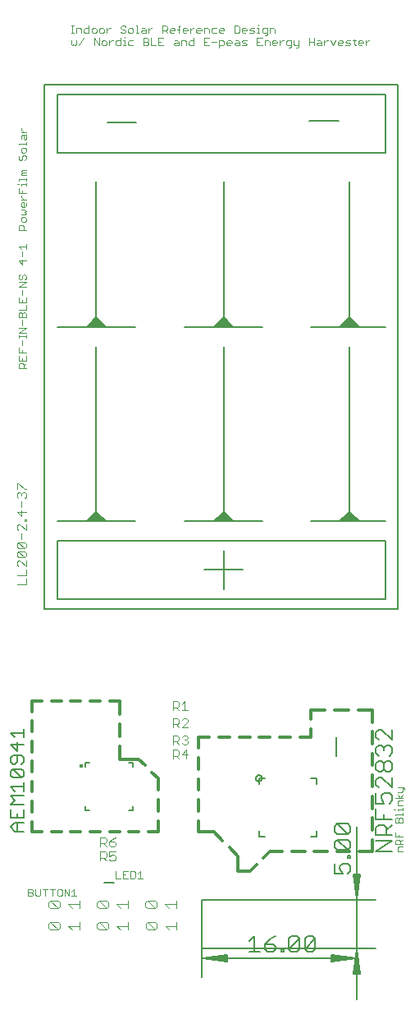
<source format=gto>
G75*
%MOIN*%
%OFA0B0*%
%FSLAX25Y25*%
%IPPOS*%
%LPD*%
%AMOC8*
5,1,8,0,0,1.08239X$1,22.5*
%
%ADD10C,0.00300*%
%ADD11C,0.01181*%
%ADD12C,0.00500*%
%ADD13C,0.00600*%
%ADD14C,0.00512*%
%ADD15C,0.01782*%
%ADD16C,0.00800*%
%ADD17C,0.00400*%
D10*
X0025737Y0042941D02*
X0027188Y0042941D01*
X0027672Y0043425D01*
X0027672Y0043909D01*
X0027188Y0044393D01*
X0025737Y0044393D01*
X0025737Y0045844D02*
X0027188Y0045844D01*
X0027672Y0045360D01*
X0027672Y0044876D01*
X0027188Y0044393D01*
X0028684Y0043425D02*
X0028684Y0045844D01*
X0030619Y0045844D02*
X0030619Y0043425D01*
X0030135Y0042941D01*
X0029168Y0042941D01*
X0028684Y0043425D01*
X0025737Y0042941D02*
X0025737Y0045844D01*
X0031630Y0045844D02*
X0033565Y0045844D01*
X0032598Y0045844D02*
X0032598Y0042941D01*
X0035544Y0042941D02*
X0035544Y0045844D01*
X0034577Y0045844D02*
X0036512Y0045844D01*
X0037523Y0045360D02*
X0037523Y0043425D01*
X0038007Y0042941D01*
X0038975Y0042941D01*
X0039458Y0043425D01*
X0039458Y0045360D01*
X0038975Y0045844D01*
X0038007Y0045844D01*
X0037523Y0045360D01*
X0040470Y0045844D02*
X0040470Y0042941D01*
X0042405Y0042941D02*
X0040470Y0045844D01*
X0042405Y0045844D02*
X0042405Y0042941D01*
X0043416Y0042941D02*
X0045351Y0042941D01*
X0044384Y0042941D02*
X0044384Y0045844D01*
X0043416Y0044876D01*
X0055068Y0057311D02*
X0055068Y0060952D01*
X0056888Y0060952D01*
X0057495Y0060345D01*
X0057495Y0059131D01*
X0056888Y0058525D01*
X0055068Y0058525D01*
X0056281Y0058525D02*
X0057495Y0057311D01*
X0058693Y0057918D02*
X0059300Y0057311D01*
X0060513Y0057311D01*
X0061120Y0057918D01*
X0061120Y0059131D01*
X0060513Y0059738D01*
X0059906Y0059738D01*
X0058693Y0059131D01*
X0058693Y0060952D01*
X0061120Y0060952D01*
X0060513Y0063217D02*
X0061120Y0063824D01*
X0061120Y0064430D01*
X0060513Y0065037D01*
X0058693Y0065037D01*
X0058693Y0063824D01*
X0059300Y0063217D01*
X0060513Y0063217D01*
X0058693Y0065037D02*
X0059906Y0066250D01*
X0061120Y0066857D01*
X0057495Y0066250D02*
X0057495Y0065037D01*
X0056888Y0064430D01*
X0055068Y0064430D01*
X0055068Y0063217D02*
X0055068Y0066857D01*
X0056888Y0066857D01*
X0057495Y0066250D01*
X0056281Y0064430D02*
X0057495Y0063217D01*
X0061367Y0053127D02*
X0061367Y0050225D01*
X0063302Y0050225D01*
X0064314Y0050225D02*
X0064314Y0053127D01*
X0066249Y0053127D01*
X0067260Y0053127D02*
X0067260Y0050225D01*
X0068711Y0050225D01*
X0069195Y0050709D01*
X0069195Y0052644D01*
X0068711Y0053127D01*
X0067260Y0053127D01*
X0065281Y0051676D02*
X0064314Y0051676D01*
X0064314Y0050225D02*
X0066249Y0050225D01*
X0070207Y0050225D02*
X0072142Y0050225D01*
X0071174Y0050225D02*
X0071174Y0053127D01*
X0070207Y0052160D01*
X0084596Y0098650D02*
X0084596Y0102290D01*
X0086416Y0102290D01*
X0087022Y0101683D01*
X0087022Y0100470D01*
X0086416Y0099863D01*
X0084596Y0099863D01*
X0085809Y0099863D02*
X0087022Y0098650D01*
X0088221Y0100470D02*
X0090647Y0100470D01*
X0090041Y0098650D02*
X0090041Y0102290D01*
X0088221Y0100470D01*
X0088827Y0104556D02*
X0088221Y0105162D01*
X0088827Y0104556D02*
X0090041Y0104556D01*
X0090647Y0105162D01*
X0090647Y0105769D01*
X0090041Y0106376D01*
X0089434Y0106376D01*
X0090041Y0106376D02*
X0090647Y0106982D01*
X0090647Y0107589D01*
X0090041Y0108196D01*
X0088827Y0108196D01*
X0088221Y0107589D01*
X0087022Y0107589D02*
X0087022Y0106376D01*
X0086416Y0105769D01*
X0084596Y0105769D01*
X0085809Y0105769D02*
X0087022Y0104556D01*
X0084596Y0104556D02*
X0084596Y0108196D01*
X0086416Y0108196D01*
X0087022Y0107589D01*
X0087022Y0111445D02*
X0085809Y0112659D01*
X0086416Y0112659D02*
X0084596Y0112659D01*
X0084596Y0111445D02*
X0084596Y0115085D01*
X0086416Y0115085D01*
X0087022Y0114479D01*
X0087022Y0113265D01*
X0086416Y0112659D01*
X0088221Y0111445D02*
X0090647Y0113872D01*
X0090647Y0114479D01*
X0090041Y0115085D01*
X0088827Y0115085D01*
X0088221Y0114479D01*
X0088221Y0111445D02*
X0090647Y0111445D01*
X0090647Y0118335D02*
X0088221Y0118335D01*
X0087022Y0118335D02*
X0085809Y0119548D01*
X0086416Y0119548D02*
X0084596Y0119548D01*
X0084596Y0118335D02*
X0084596Y0121975D01*
X0086416Y0121975D01*
X0087022Y0121368D01*
X0087022Y0120155D01*
X0086416Y0119548D01*
X0088221Y0120762D02*
X0089434Y0121975D01*
X0089434Y0118335D01*
X0024847Y0169319D02*
X0024847Y0171788D01*
X0024847Y0173002D02*
X0024847Y0175471D01*
X0024847Y0176686D02*
X0022378Y0179154D01*
X0021761Y0179154D01*
X0021144Y0178537D01*
X0021144Y0177303D01*
X0021761Y0176686D01*
X0024847Y0176686D02*
X0024847Y0179154D01*
X0024230Y0180369D02*
X0021761Y0182837D01*
X0024230Y0182837D01*
X0024847Y0182220D01*
X0024847Y0180986D01*
X0024230Y0180369D01*
X0021761Y0180369D01*
X0021144Y0180986D01*
X0021144Y0182220D01*
X0021761Y0182837D01*
X0021761Y0184052D02*
X0021144Y0184669D01*
X0021144Y0185903D01*
X0021761Y0186521D01*
X0024230Y0184052D01*
X0024847Y0184669D01*
X0024847Y0185903D01*
X0024230Y0186521D01*
X0021761Y0186521D01*
X0022995Y0187735D02*
X0022995Y0190204D01*
X0021761Y0191418D02*
X0021144Y0192035D01*
X0021144Y0193270D01*
X0021761Y0193887D01*
X0022378Y0193887D01*
X0024847Y0191418D01*
X0024847Y0193887D01*
X0024847Y0195101D02*
X0024847Y0195718D01*
X0024230Y0195718D01*
X0024230Y0195101D01*
X0024847Y0195101D01*
X0022995Y0196943D02*
X0022995Y0199412D01*
X0022995Y0200626D02*
X0022995Y0203095D01*
X0021761Y0204309D02*
X0021144Y0204926D01*
X0021144Y0206161D01*
X0021761Y0206778D01*
X0022378Y0206778D01*
X0022995Y0206161D01*
X0023612Y0206778D01*
X0024230Y0206778D01*
X0024847Y0206161D01*
X0024847Y0204926D01*
X0024230Y0204309D01*
X0022995Y0205544D02*
X0022995Y0206161D01*
X0024230Y0207992D02*
X0021761Y0210461D01*
X0021144Y0210461D01*
X0021144Y0207992D01*
X0024230Y0207992D02*
X0024847Y0207992D01*
X0024847Y0198794D02*
X0021144Y0198794D01*
X0022995Y0196943D01*
X0021761Y0184052D02*
X0024230Y0184052D01*
X0024847Y0173002D02*
X0021144Y0173002D01*
X0021144Y0169319D02*
X0024847Y0169319D01*
X0024847Y0257115D02*
X0021798Y0257115D01*
X0021798Y0258639D01*
X0022306Y0259147D01*
X0023322Y0259147D01*
X0023830Y0258639D01*
X0023830Y0257115D01*
X0023830Y0258131D02*
X0024847Y0259147D01*
X0024847Y0260196D02*
X0024847Y0262229D01*
X0024847Y0263277D02*
X0021798Y0263277D01*
X0021798Y0265310D01*
X0023322Y0264294D02*
X0023322Y0263277D01*
X0021798Y0262229D02*
X0021798Y0260196D01*
X0024847Y0260196D01*
X0023322Y0260196D02*
X0023322Y0261212D01*
X0023322Y0266359D02*
X0023322Y0268391D01*
X0021798Y0269440D02*
X0021798Y0270456D01*
X0021798Y0269948D02*
X0024847Y0269948D01*
X0024847Y0269440D02*
X0024847Y0270456D01*
X0024847Y0271494D02*
X0021798Y0271494D01*
X0024847Y0273527D01*
X0021798Y0273527D01*
X0023322Y0274576D02*
X0023322Y0276608D01*
X0023322Y0277657D02*
X0023322Y0279182D01*
X0023830Y0279690D01*
X0024339Y0279690D01*
X0024847Y0279182D01*
X0024847Y0277657D01*
X0021798Y0277657D01*
X0021798Y0279182D01*
X0022306Y0279690D01*
X0022814Y0279690D01*
X0023322Y0279182D01*
X0021798Y0280738D02*
X0024847Y0280738D01*
X0024847Y0282771D01*
X0024847Y0283820D02*
X0024847Y0285852D01*
X0023322Y0284836D02*
X0023322Y0283820D01*
X0021798Y0283820D02*
X0024847Y0283820D01*
X0021798Y0283820D02*
X0021798Y0285852D01*
X0023322Y0286901D02*
X0023322Y0288934D01*
X0024847Y0289983D02*
X0021798Y0289983D01*
X0024847Y0292015D01*
X0021798Y0292015D01*
X0022306Y0293064D02*
X0022814Y0293064D01*
X0023322Y0293572D01*
X0023322Y0294588D01*
X0023830Y0295097D01*
X0024339Y0295097D01*
X0024847Y0294588D01*
X0024847Y0293572D01*
X0024339Y0293064D01*
X0022306Y0293064D02*
X0021798Y0293572D01*
X0021798Y0294588D01*
X0022306Y0295097D01*
X0023322Y0299227D02*
X0021798Y0300751D01*
X0024847Y0300751D01*
X0023322Y0301259D02*
X0023322Y0299227D01*
X0023322Y0302308D02*
X0023322Y0304341D01*
X0022814Y0305389D02*
X0021798Y0306406D01*
X0024847Y0306406D01*
X0024847Y0307422D02*
X0024847Y0305389D01*
X0024847Y0313217D02*
X0021798Y0313217D01*
X0021798Y0314741D01*
X0022306Y0315250D01*
X0023322Y0315250D01*
X0023830Y0314741D01*
X0023830Y0313217D01*
X0023322Y0316298D02*
X0022814Y0316806D01*
X0022814Y0317823D01*
X0023322Y0318331D01*
X0024339Y0318331D01*
X0024847Y0317823D01*
X0024847Y0316806D01*
X0024339Y0316298D01*
X0023322Y0316298D01*
X0022814Y0319380D02*
X0024339Y0319380D01*
X0024847Y0319888D01*
X0024339Y0320396D01*
X0024847Y0320904D01*
X0024339Y0321412D01*
X0022814Y0321412D01*
X0023322Y0322461D02*
X0022814Y0322969D01*
X0022814Y0323986D01*
X0023322Y0324494D01*
X0023830Y0324494D01*
X0023830Y0322461D01*
X0023322Y0322461D02*
X0024339Y0322461D01*
X0024847Y0322969D01*
X0024847Y0323986D01*
X0024847Y0325542D02*
X0022814Y0325542D01*
X0023830Y0325542D02*
X0022814Y0326559D01*
X0022814Y0327067D01*
X0023322Y0328110D02*
X0023322Y0329127D01*
X0021798Y0330143D02*
X0021798Y0328110D01*
X0024847Y0328110D01*
X0024847Y0331192D02*
X0024847Y0332208D01*
X0024847Y0331700D02*
X0022814Y0331700D01*
X0022814Y0331192D01*
X0021798Y0331700D02*
X0021289Y0331700D01*
X0021798Y0333246D02*
X0021798Y0333754D01*
X0024847Y0333754D01*
X0024847Y0333246D02*
X0024847Y0334262D01*
X0024847Y0335300D02*
X0022814Y0335300D01*
X0022814Y0335808D01*
X0023322Y0336316D01*
X0022814Y0336825D01*
X0023322Y0337333D01*
X0024847Y0337333D01*
X0024847Y0336316D02*
X0023322Y0336316D01*
X0022814Y0341463D02*
X0023322Y0341971D01*
X0023322Y0342987D01*
X0023830Y0343496D01*
X0024339Y0343496D01*
X0024847Y0342987D01*
X0024847Y0341971D01*
X0024339Y0341463D01*
X0022814Y0341463D02*
X0022306Y0341463D01*
X0021798Y0341971D01*
X0021798Y0342987D01*
X0022306Y0343496D01*
X0023322Y0344544D02*
X0022814Y0345052D01*
X0022814Y0346069D01*
X0023322Y0346577D01*
X0024339Y0346577D01*
X0024847Y0346069D01*
X0024847Y0345052D01*
X0024339Y0344544D01*
X0023322Y0344544D01*
X0021798Y0347626D02*
X0021798Y0348134D01*
X0024847Y0348134D01*
X0024847Y0347626D02*
X0024847Y0348642D01*
X0024339Y0349680D02*
X0023830Y0350188D01*
X0023830Y0351713D01*
X0023322Y0351713D02*
X0024847Y0351713D01*
X0024847Y0350188D01*
X0024339Y0349680D01*
X0022814Y0350188D02*
X0022814Y0351204D01*
X0023322Y0351713D01*
X0022814Y0352761D02*
X0024847Y0352761D01*
X0023830Y0352761D02*
X0022814Y0353778D01*
X0022814Y0354286D01*
X0043765Y0388020D02*
X0044273Y0388528D01*
X0044781Y0388020D01*
X0045290Y0388528D01*
X0045290Y0390053D01*
X0043257Y0390053D02*
X0043257Y0388528D01*
X0043765Y0388020D01*
X0043765Y0393040D02*
X0043765Y0396089D01*
X0043257Y0396089D02*
X0044273Y0396089D01*
X0045311Y0395072D02*
X0046836Y0395072D01*
X0047344Y0394564D01*
X0047344Y0393040D01*
X0048393Y0393548D02*
X0048393Y0394564D01*
X0048901Y0395072D01*
X0050425Y0395072D01*
X0050425Y0396089D02*
X0050425Y0393040D01*
X0048901Y0393040D01*
X0048393Y0393548D01*
X0048371Y0391069D02*
X0046338Y0388020D01*
X0045311Y0393040D02*
X0045311Y0395072D01*
X0044273Y0393040D02*
X0043257Y0393040D01*
X0051474Y0393548D02*
X0051982Y0393040D01*
X0052998Y0393040D01*
X0053507Y0393548D01*
X0053507Y0394564D01*
X0052998Y0395072D01*
X0051982Y0395072D01*
X0051474Y0394564D01*
X0051474Y0393548D01*
X0052501Y0391069D02*
X0052501Y0388020D01*
X0054534Y0388020D02*
X0052501Y0391069D01*
X0054534Y0391069D02*
X0054534Y0388020D01*
X0055582Y0388528D02*
X0056091Y0388020D01*
X0057107Y0388020D01*
X0057615Y0388528D01*
X0057615Y0389545D01*
X0057107Y0390053D01*
X0056091Y0390053D01*
X0055582Y0389545D01*
X0055582Y0388528D01*
X0056080Y0393040D02*
X0055063Y0393040D01*
X0054555Y0393548D01*
X0054555Y0394564D01*
X0055063Y0395072D01*
X0056080Y0395072D01*
X0056588Y0394564D01*
X0056588Y0393548D01*
X0056080Y0393040D01*
X0057637Y0393040D02*
X0057637Y0395072D01*
X0057637Y0394056D02*
X0058653Y0395072D01*
X0059161Y0395072D01*
X0058664Y0390053D02*
X0058664Y0388020D01*
X0058664Y0389036D02*
X0059680Y0390053D01*
X0060188Y0390053D01*
X0061232Y0389545D02*
X0061740Y0390053D01*
X0063264Y0390053D01*
X0063264Y0391069D02*
X0063264Y0388020D01*
X0061740Y0388020D01*
X0061232Y0388528D01*
X0061232Y0389545D01*
X0063794Y0393040D02*
X0063286Y0393548D01*
X0063794Y0393040D02*
X0064810Y0393040D01*
X0065319Y0393548D01*
X0065319Y0394056D01*
X0064810Y0394564D01*
X0063794Y0394564D01*
X0063286Y0395072D01*
X0063286Y0395581D01*
X0063794Y0396089D01*
X0064810Y0396089D01*
X0065319Y0395581D01*
X0066367Y0394564D02*
X0066367Y0393548D01*
X0066875Y0393040D01*
X0067892Y0393040D01*
X0068400Y0393548D01*
X0068400Y0394564D01*
X0067892Y0395072D01*
X0066875Y0395072D01*
X0066367Y0394564D01*
X0064821Y0391577D02*
X0064821Y0391069D01*
X0064821Y0390053D02*
X0064821Y0388020D01*
X0064313Y0388020D02*
X0065329Y0388020D01*
X0066367Y0388528D02*
X0066875Y0388020D01*
X0068400Y0388020D01*
X0068400Y0390053D02*
X0066875Y0390053D01*
X0066367Y0389545D01*
X0066367Y0388528D01*
X0064821Y0390053D02*
X0064313Y0390053D01*
X0069449Y0393040D02*
X0070465Y0393040D01*
X0069957Y0393040D02*
X0069957Y0396089D01*
X0069449Y0396089D01*
X0072011Y0395072D02*
X0073027Y0395072D01*
X0073536Y0394564D01*
X0073536Y0393040D01*
X0072011Y0393040D01*
X0071503Y0393548D01*
X0072011Y0394056D01*
X0073536Y0394056D01*
X0074584Y0394056D02*
X0075601Y0395072D01*
X0076109Y0395072D01*
X0074584Y0395072D02*
X0074584Y0393040D01*
X0074055Y0391069D02*
X0074563Y0390561D01*
X0074563Y0390053D01*
X0074055Y0389545D01*
X0072530Y0389545D01*
X0072530Y0391069D02*
X0072530Y0388020D01*
X0074055Y0388020D01*
X0074563Y0388528D01*
X0074563Y0389036D01*
X0074055Y0389545D01*
X0074055Y0391069D02*
X0072530Y0391069D01*
X0075611Y0391069D02*
X0075611Y0388020D01*
X0077644Y0388020D01*
X0078693Y0388020D02*
X0080725Y0388020D01*
X0079709Y0389545D02*
X0078693Y0389545D01*
X0078693Y0391069D02*
X0078693Y0388020D01*
X0078693Y0391069D02*
X0080725Y0391069D01*
X0080233Y0393040D02*
X0080233Y0396089D01*
X0081758Y0396089D01*
X0082266Y0395581D01*
X0082266Y0394564D01*
X0081758Y0394056D01*
X0080233Y0394056D01*
X0081250Y0394056D02*
X0082266Y0393040D01*
X0083315Y0393548D02*
X0083315Y0394564D01*
X0083823Y0395072D01*
X0084839Y0395072D01*
X0085347Y0394564D01*
X0085347Y0394056D01*
X0083315Y0394056D01*
X0083315Y0393548D02*
X0083823Y0393040D01*
X0084839Y0393040D01*
X0086904Y0393040D02*
X0086904Y0395581D01*
X0087412Y0396089D01*
X0087412Y0394564D02*
X0086396Y0394564D01*
X0086380Y0390053D02*
X0086888Y0389545D01*
X0086888Y0388020D01*
X0085364Y0388020D01*
X0084855Y0388528D01*
X0085364Y0389036D01*
X0086888Y0389036D01*
X0086380Y0390053D02*
X0085364Y0390053D01*
X0087937Y0390053D02*
X0089461Y0390053D01*
X0089970Y0389545D01*
X0089970Y0388020D01*
X0091018Y0388528D02*
X0091018Y0389545D01*
X0091526Y0390053D01*
X0093051Y0390053D01*
X0093051Y0391069D02*
X0093051Y0388020D01*
X0091526Y0388020D01*
X0091018Y0388528D01*
X0091532Y0393040D02*
X0091532Y0395072D01*
X0091532Y0394056D02*
X0092548Y0395072D01*
X0093056Y0395072D01*
X0094100Y0394564D02*
X0094608Y0395072D01*
X0095624Y0395072D01*
X0096132Y0394564D01*
X0096132Y0394056D01*
X0094100Y0394056D01*
X0094100Y0393548D02*
X0094100Y0394564D01*
X0094100Y0393548D02*
X0094608Y0393040D01*
X0095624Y0393040D01*
X0097181Y0393040D02*
X0097181Y0395072D01*
X0098705Y0395072D01*
X0099214Y0394564D01*
X0099214Y0393040D01*
X0100262Y0393548D02*
X0100770Y0393040D01*
X0102295Y0393040D01*
X0103344Y0393548D02*
X0103344Y0394564D01*
X0103852Y0395072D01*
X0104868Y0395072D01*
X0105376Y0394564D01*
X0105376Y0394056D01*
X0103344Y0394056D01*
X0103344Y0393548D02*
X0103852Y0393040D01*
X0104868Y0393040D01*
X0104868Y0390053D02*
X0103344Y0390053D01*
X0103344Y0387004D01*
X0103344Y0388020D02*
X0104868Y0388020D01*
X0105376Y0388528D01*
X0105376Y0389545D01*
X0104868Y0390053D01*
X0106425Y0389545D02*
X0106933Y0390053D01*
X0107950Y0390053D01*
X0108458Y0389545D01*
X0108458Y0389036D01*
X0106425Y0389036D01*
X0106425Y0388528D02*
X0106425Y0389545D01*
X0106425Y0388528D02*
X0106933Y0388020D01*
X0107950Y0388020D01*
X0109506Y0388528D02*
X0110015Y0389036D01*
X0111539Y0389036D01*
X0111539Y0389545D02*
X0111539Y0388020D01*
X0110015Y0388020D01*
X0109506Y0388528D01*
X0110015Y0390053D02*
X0111031Y0390053D01*
X0111539Y0389545D01*
X0112588Y0389545D02*
X0113096Y0390053D01*
X0114621Y0390053D01*
X0114112Y0389036D02*
X0113096Y0389036D01*
X0112588Y0389545D01*
X0112588Y0388020D02*
X0114112Y0388020D01*
X0114621Y0388528D01*
X0114112Y0389036D01*
X0114112Y0393040D02*
X0113096Y0393040D01*
X0112588Y0393548D01*
X0112588Y0394564D01*
X0113096Y0395072D01*
X0114112Y0395072D01*
X0114621Y0394564D01*
X0114621Y0394056D01*
X0112588Y0394056D01*
X0111539Y0393548D02*
X0111539Y0395581D01*
X0111031Y0396089D01*
X0109506Y0396089D01*
X0109506Y0393040D01*
X0111031Y0393040D01*
X0111539Y0393548D01*
X0115669Y0393040D02*
X0117194Y0393040D01*
X0117702Y0393548D01*
X0117194Y0394056D01*
X0116177Y0394056D01*
X0115669Y0394564D01*
X0116177Y0395072D01*
X0117702Y0395072D01*
X0118751Y0395072D02*
X0119259Y0395072D01*
X0119259Y0393040D01*
X0118751Y0393040D02*
X0119767Y0393040D01*
X0120805Y0393548D02*
X0121313Y0393040D01*
X0122837Y0393040D01*
X0122837Y0392532D02*
X0122837Y0395072D01*
X0121313Y0395072D01*
X0120805Y0394564D01*
X0120805Y0393548D01*
X0121821Y0392023D02*
X0122329Y0392023D01*
X0122837Y0392532D01*
X0123886Y0393040D02*
X0123886Y0395072D01*
X0125411Y0395072D01*
X0125919Y0394564D01*
X0125919Y0393040D01*
X0125421Y0390053D02*
X0126438Y0390053D01*
X0126946Y0389545D01*
X0126946Y0389036D01*
X0124913Y0389036D01*
X0124913Y0388528D02*
X0124913Y0389545D01*
X0125421Y0390053D01*
X0124913Y0388528D02*
X0125421Y0388020D01*
X0126438Y0388020D01*
X0127995Y0388020D02*
X0127995Y0390053D01*
X0129011Y0390053D02*
X0127995Y0389036D01*
X0129011Y0390053D02*
X0129519Y0390053D01*
X0130562Y0389545D02*
X0130562Y0388528D01*
X0131071Y0388020D01*
X0132595Y0388020D01*
X0132595Y0387512D02*
X0132595Y0390053D01*
X0131071Y0390053D01*
X0130562Y0389545D01*
X0131579Y0387004D02*
X0132087Y0387004D01*
X0132595Y0387512D01*
X0133644Y0388528D02*
X0134152Y0388020D01*
X0135677Y0388020D01*
X0135677Y0387512D02*
X0135168Y0387004D01*
X0134660Y0387004D01*
X0135677Y0387512D02*
X0135677Y0390053D01*
X0133644Y0390053D02*
X0133644Y0388528D01*
X0139807Y0388020D02*
X0139807Y0391069D01*
X0139807Y0389545D02*
X0141839Y0389545D01*
X0142888Y0388528D02*
X0143396Y0389036D01*
X0144921Y0389036D01*
X0144921Y0389545D02*
X0144921Y0388020D01*
X0143396Y0388020D01*
X0142888Y0388528D01*
X0141839Y0388020D02*
X0141839Y0391069D01*
X0143396Y0390053D02*
X0144413Y0390053D01*
X0144921Y0389545D01*
X0145969Y0390053D02*
X0145969Y0388020D01*
X0145969Y0389036D02*
X0146986Y0390053D01*
X0147494Y0390053D01*
X0148537Y0390053D02*
X0149554Y0388020D01*
X0150570Y0390053D01*
X0151619Y0389545D02*
X0152127Y0390053D01*
X0153143Y0390053D01*
X0153651Y0389545D01*
X0153651Y0389036D01*
X0151619Y0389036D01*
X0151619Y0388528D02*
X0151619Y0389545D01*
X0151619Y0388528D02*
X0152127Y0388020D01*
X0153143Y0388020D01*
X0154700Y0388020D02*
X0156224Y0388020D01*
X0156733Y0388528D01*
X0156224Y0389036D01*
X0155208Y0389036D01*
X0154700Y0389545D01*
X0155208Y0390053D01*
X0156733Y0390053D01*
X0157781Y0390053D02*
X0158798Y0390053D01*
X0158289Y0390561D02*
X0158289Y0388528D01*
X0158798Y0388020D01*
X0159836Y0388528D02*
X0159836Y0389545D01*
X0160344Y0390053D01*
X0161360Y0390053D01*
X0161868Y0389545D01*
X0161868Y0389036D01*
X0159836Y0389036D01*
X0159836Y0388528D02*
X0160344Y0388020D01*
X0161360Y0388020D01*
X0162917Y0388020D02*
X0162917Y0390053D01*
X0163933Y0390053D02*
X0162917Y0389036D01*
X0163933Y0390053D02*
X0164441Y0390053D01*
X0123865Y0389545D02*
X0123865Y0388020D01*
X0123865Y0389545D02*
X0123356Y0390053D01*
X0121832Y0390053D01*
X0121832Y0388020D01*
X0120783Y0388020D02*
X0118751Y0388020D01*
X0118751Y0391069D01*
X0120783Y0391069D01*
X0119767Y0389545D02*
X0118751Y0389545D01*
X0119259Y0396089D02*
X0119259Y0396597D01*
X0102295Y0395072D02*
X0100770Y0395072D01*
X0100262Y0394564D01*
X0100262Y0393548D01*
X0099214Y0391069D02*
X0097181Y0391069D01*
X0097181Y0388020D01*
X0099214Y0388020D01*
X0098197Y0389545D02*
X0097181Y0389545D01*
X0100262Y0389545D02*
X0102295Y0389545D01*
X0090483Y0394056D02*
X0088450Y0394056D01*
X0088450Y0393548D02*
X0088450Y0394564D01*
X0088959Y0395072D01*
X0089975Y0395072D01*
X0090483Y0394564D01*
X0090483Y0394056D01*
X0089975Y0393040D02*
X0088959Y0393040D01*
X0088450Y0393548D01*
X0087937Y0390053D02*
X0087937Y0388020D01*
X0175864Y0087050D02*
X0178283Y0087050D01*
X0178767Y0086566D01*
X0178767Y0086082D01*
X0177799Y0085599D02*
X0177799Y0087050D01*
X0177799Y0085599D02*
X0177316Y0085115D01*
X0175864Y0085115D01*
X0175864Y0084111D02*
X0176832Y0082659D01*
X0177799Y0084111D01*
X0177799Y0082659D02*
X0174897Y0082659D01*
X0176348Y0081648D02*
X0177799Y0081648D01*
X0176348Y0081648D02*
X0175864Y0081164D01*
X0175864Y0079713D01*
X0177799Y0079713D01*
X0177799Y0078716D02*
X0177799Y0077749D01*
X0177799Y0078232D02*
X0175864Y0078232D01*
X0175864Y0077749D01*
X0174897Y0078232D02*
X0174413Y0078232D01*
X0174897Y0076268D02*
X0177799Y0076268D01*
X0177799Y0075784D02*
X0177799Y0076752D01*
X0177316Y0074773D02*
X0177799Y0074289D01*
X0177799Y0072838D01*
X0174897Y0072838D01*
X0174897Y0074289D01*
X0175381Y0074773D01*
X0175864Y0074773D01*
X0176348Y0074289D01*
X0176348Y0072838D01*
X0176348Y0074289D02*
X0176832Y0074773D01*
X0177316Y0074773D01*
X0174897Y0075784D02*
X0174897Y0076268D01*
X0174897Y0068880D02*
X0174897Y0066945D01*
X0177799Y0066945D01*
X0177799Y0065933D02*
X0176832Y0064966D01*
X0176832Y0065449D02*
X0176832Y0063998D01*
X0177799Y0063998D02*
X0174897Y0063998D01*
X0174897Y0065449D01*
X0175381Y0065933D01*
X0176348Y0065933D01*
X0176832Y0065449D01*
X0176348Y0066945D02*
X0176348Y0067912D01*
X0176348Y0062987D02*
X0177799Y0062987D01*
X0176348Y0062987D02*
X0175864Y0062503D01*
X0175864Y0061052D01*
X0177799Y0061052D01*
D11*
X0165548Y0061098D02*
X0160351Y0061098D01*
X0156414Y0061098D02*
X0151217Y0061098D01*
X0147280Y0061098D02*
X0142083Y0061098D01*
X0138146Y0061098D02*
X0132949Y0061098D01*
X0129012Y0061098D02*
X0123816Y0061098D01*
X0121271Y0058553D01*
X0118487Y0055769D02*
X0115942Y0053224D01*
X0111020Y0053224D01*
X0111020Y0059130D01*
X0107491Y0062659D01*
X0104707Y0065443D02*
X0101178Y0068972D01*
X0095075Y0068972D01*
X0095075Y0073539D01*
X0095075Y0077476D02*
X0095075Y0082043D01*
X0095075Y0085980D02*
X0095075Y0090547D01*
X0095075Y0094484D02*
X0095075Y0099051D01*
X0095075Y0102988D02*
X0095075Y0107555D01*
X0099373Y0107537D01*
X0103310Y0107519D02*
X0107608Y0107501D01*
X0111545Y0107484D02*
X0115843Y0107465D01*
X0119780Y0107448D02*
X0124078Y0107430D01*
X0128015Y0107413D02*
X0132313Y0107394D01*
X0136250Y0107377D02*
X0140548Y0107358D01*
X0140548Y0110902D01*
X0140548Y0114839D02*
X0140548Y0118382D01*
X0146257Y0118382D01*
X0150194Y0118382D02*
X0155902Y0118382D01*
X0159839Y0118382D02*
X0165548Y0118382D01*
X0165548Y0113573D01*
X0165548Y0109636D02*
X0165548Y0104827D01*
X0165548Y0100890D02*
X0165548Y0096082D01*
X0165548Y0092145D02*
X0165548Y0087336D01*
X0165548Y0083399D02*
X0165548Y0078590D01*
X0165548Y0074653D02*
X0165548Y0069844D01*
X0165548Y0065907D02*
X0165548Y0061098D01*
X0078540Y0068972D02*
X0078540Y0073566D01*
X0078540Y0077503D02*
X0078540Y0082096D01*
X0078540Y0086033D02*
X0078540Y0090626D01*
X0075995Y0093171D01*
X0073211Y0095955D02*
X0070666Y0098500D01*
X0062792Y0098500D01*
X0062792Y0103749D01*
X0062792Y0107686D02*
X0062792Y0112936D01*
X0062792Y0116873D02*
X0062792Y0122122D01*
X0058855Y0122122D01*
X0054918Y0122122D02*
X0050981Y0122122D01*
X0047044Y0122122D02*
X0043107Y0122122D01*
X0039170Y0122122D02*
X0035233Y0122122D01*
X0031296Y0122122D02*
X0027359Y0122122D01*
X0027359Y0117904D01*
X0027359Y0113967D02*
X0027359Y0109749D01*
X0027359Y0105812D02*
X0027359Y0101593D01*
X0027359Y0097656D02*
X0027359Y0093438D01*
X0027359Y0089501D02*
X0027359Y0085283D01*
X0027359Y0081346D02*
X0027359Y0077128D01*
X0027359Y0073191D02*
X0027359Y0068972D01*
X0031296Y0068972D01*
X0035233Y0068972D02*
X0039170Y0068972D01*
X0043107Y0068972D02*
X0047044Y0068972D01*
X0050981Y0068972D02*
X0054918Y0068972D01*
X0058855Y0068972D02*
X0062792Y0068972D01*
X0066729Y0068972D02*
X0070666Y0068972D01*
X0074603Y0068972D02*
X0078540Y0068972D01*
D12*
X0119485Y0069563D02*
X0119485Y0067201D01*
X0121847Y0067201D01*
X0119485Y0088461D02*
X0119485Y0090823D01*
X0121847Y0090823D01*
X0140745Y0090823D02*
X0143107Y0090823D01*
X0143107Y0088461D01*
X0143107Y0069563D02*
X0143107Y0067201D01*
X0140745Y0067201D01*
X0175981Y0159524D02*
X0032280Y0159524D01*
X0032280Y0372122D01*
X0175981Y0372122D01*
X0175981Y0159524D01*
X0171060Y0163461D02*
X0171060Y0187083D01*
X0037694Y0187083D01*
X0037694Y0163461D01*
X0171060Y0163461D01*
X0171060Y0194957D02*
X0160233Y0194957D01*
X0156296Y0198894D01*
X0152359Y0194957D01*
X0160233Y0194957D01*
X0156296Y0198894D01*
X0156296Y0265823D01*
X0152359Y0273697D02*
X0160233Y0273697D01*
X0156296Y0277634D01*
X0152359Y0273697D01*
X0156296Y0277634D01*
X0156296Y0332752D01*
X0151867Y0357358D02*
X0140056Y0357358D01*
X0171060Y0368185D02*
X0171060Y0344563D01*
X0037694Y0344563D01*
X0037694Y0368185D01*
X0171060Y0368185D01*
X0156296Y0277634D02*
X0160233Y0273697D01*
X0171060Y0273697D01*
X0160233Y0273697D02*
X0152359Y0273697D01*
X0140548Y0273697D01*
X0152484Y0273822D02*
X0160108Y0273822D01*
X0159609Y0274320D02*
X0152982Y0274320D01*
X0153481Y0274819D02*
X0159111Y0274819D01*
X0158612Y0275317D02*
X0153979Y0275317D01*
X0154478Y0275816D02*
X0158114Y0275816D01*
X0157615Y0276314D02*
X0154976Y0276314D01*
X0155475Y0276813D02*
X0157117Y0276813D01*
X0156618Y0277311D02*
X0155973Y0277311D01*
X0120863Y0273697D02*
X0109052Y0273697D01*
X0101178Y0273697D01*
X0105115Y0277634D01*
X0109052Y0273697D01*
X0105115Y0277634D01*
X0105115Y0332752D01*
X0105115Y0277634D02*
X0101178Y0273697D01*
X0109052Y0273697D01*
X0108927Y0273822D02*
X0101303Y0273822D01*
X0101178Y0273697D02*
X0089367Y0273697D01*
X0101801Y0274320D02*
X0108428Y0274320D01*
X0107930Y0274819D02*
X0102300Y0274819D01*
X0102798Y0275317D02*
X0107431Y0275317D01*
X0106933Y0275816D02*
X0103297Y0275816D01*
X0103795Y0276314D02*
X0106434Y0276314D01*
X0105936Y0276813D02*
X0104294Y0276813D01*
X0104792Y0277311D02*
X0105437Y0277311D01*
X0105115Y0265823D02*
X0105115Y0198894D01*
X0101178Y0194957D01*
X0109052Y0194957D01*
X0105115Y0198894D01*
X0101178Y0194957D01*
X0109052Y0194957D01*
X0105115Y0198894D01*
X0104768Y0198547D02*
X0105462Y0198547D01*
X0105960Y0198048D02*
X0104269Y0198048D01*
X0103771Y0197550D02*
X0106459Y0197550D01*
X0106957Y0197051D02*
X0103272Y0197051D01*
X0102774Y0196553D02*
X0107456Y0196553D01*
X0107954Y0196054D02*
X0102275Y0196054D01*
X0101777Y0195556D02*
X0108453Y0195556D01*
X0108951Y0195057D02*
X0101278Y0195057D01*
X0101178Y0194957D02*
X0089367Y0194957D01*
X0097241Y0175272D02*
X0112989Y0175272D01*
X0105115Y0167398D02*
X0105115Y0183146D01*
X0109052Y0194957D02*
X0120863Y0194957D01*
X0140548Y0194957D02*
X0152359Y0194957D01*
X0156296Y0198894D01*
X0155949Y0198547D02*
X0156643Y0198547D01*
X0157142Y0198048D02*
X0155450Y0198048D01*
X0154952Y0197550D02*
X0157640Y0197550D01*
X0158139Y0197051D02*
X0154453Y0197051D01*
X0153955Y0196553D02*
X0158637Y0196553D01*
X0159136Y0196054D02*
X0153456Y0196054D01*
X0152958Y0195556D02*
X0159634Y0195556D01*
X0160133Y0195057D02*
X0152459Y0195057D01*
X0152359Y0194957D02*
X0160233Y0194957D01*
X0069190Y0194957D02*
X0057379Y0194957D01*
X0049505Y0194957D01*
X0053442Y0198894D01*
X0057379Y0194957D01*
X0053442Y0198894D01*
X0053442Y0265823D01*
X0049505Y0273697D02*
X0057379Y0273697D01*
X0053442Y0277634D01*
X0049505Y0273697D01*
X0053442Y0277634D01*
X0053442Y0332752D01*
X0057871Y0356866D02*
X0069682Y0356866D01*
X0053442Y0277634D02*
X0057379Y0273697D01*
X0069190Y0273697D01*
X0057379Y0273697D02*
X0049505Y0273697D01*
X0037694Y0273697D01*
X0049630Y0273822D02*
X0057254Y0273822D01*
X0056755Y0274320D02*
X0050128Y0274320D01*
X0050627Y0274819D02*
X0056257Y0274819D01*
X0055758Y0275317D02*
X0051125Y0275317D01*
X0051624Y0275816D02*
X0055260Y0275816D01*
X0054761Y0276314D02*
X0052122Y0276314D01*
X0052621Y0276813D02*
X0054263Y0276813D01*
X0053764Y0277311D02*
X0053119Y0277311D01*
X0053442Y0198894D02*
X0049505Y0194957D01*
X0057379Y0194957D01*
X0057278Y0195057D02*
X0049605Y0195057D01*
X0049505Y0194957D02*
X0037694Y0194957D01*
X0050103Y0195556D02*
X0056780Y0195556D01*
X0056281Y0196054D02*
X0050602Y0196054D01*
X0051100Y0196553D02*
X0055783Y0196553D01*
X0055284Y0197051D02*
X0051599Y0197051D01*
X0052097Y0197550D02*
X0054786Y0197550D01*
X0054287Y0198048D02*
X0052596Y0198048D01*
X0053095Y0198547D02*
X0053789Y0198547D01*
X0023959Y0110893D02*
X0023959Y0107286D01*
X0023959Y0109090D02*
X0018549Y0109090D01*
X0020353Y0107286D01*
X0021254Y0105455D02*
X0021254Y0101849D01*
X0018549Y0104554D01*
X0023959Y0104554D01*
X0023058Y0100018D02*
X0019451Y0100018D01*
X0018549Y0099116D01*
X0018549Y0097313D01*
X0019451Y0096411D01*
X0020353Y0096411D01*
X0021254Y0097313D01*
X0021254Y0100018D01*
X0023058Y0100018D02*
X0023959Y0099116D01*
X0023959Y0097313D01*
X0023058Y0096411D01*
X0023058Y0094580D02*
X0023959Y0093678D01*
X0023959Y0091875D01*
X0023058Y0090973D01*
X0019451Y0094580D01*
X0023058Y0094580D01*
X0023058Y0090973D02*
X0019451Y0090973D01*
X0018549Y0091875D01*
X0018549Y0093678D01*
X0019451Y0094580D01*
X0023959Y0089142D02*
X0023959Y0085536D01*
X0023959Y0087339D02*
X0018549Y0087339D01*
X0020353Y0085536D01*
X0018549Y0083705D02*
X0023959Y0083705D01*
X0023959Y0080098D02*
X0018549Y0080098D01*
X0020353Y0081901D01*
X0018549Y0083705D01*
X0018549Y0078267D02*
X0018549Y0074660D01*
X0023959Y0074660D01*
X0023959Y0078267D01*
X0021254Y0076464D02*
X0021254Y0074660D01*
X0021254Y0072829D02*
X0021254Y0069222D01*
X0020353Y0069222D02*
X0018549Y0071026D01*
X0020353Y0072829D01*
X0023959Y0072829D01*
X0023959Y0069222D02*
X0020353Y0069222D01*
D13*
X0056690Y0048500D02*
X0060627Y0048500D01*
X0115577Y0024623D02*
X0117713Y0026759D01*
X0117713Y0020353D01*
X0119848Y0020353D02*
X0115577Y0020353D01*
X0122023Y0021421D02*
X0123091Y0020353D01*
X0125226Y0020353D01*
X0126293Y0021421D01*
X0126293Y0022488D01*
X0125226Y0023556D01*
X0122023Y0023556D01*
X0122023Y0021421D01*
X0122023Y0023556D02*
X0124158Y0025691D01*
X0126293Y0026759D01*
X0128468Y0021421D02*
X0129536Y0021421D01*
X0129536Y0020353D01*
X0128468Y0020353D01*
X0128468Y0021421D01*
X0131691Y0021421D02*
X0135962Y0025691D01*
X0135962Y0021421D01*
X0134894Y0020353D01*
X0132759Y0020353D01*
X0131691Y0021421D01*
X0131691Y0025691D01*
X0132759Y0026759D01*
X0134894Y0026759D01*
X0135962Y0025691D01*
X0138137Y0025691D02*
X0138137Y0021421D01*
X0142407Y0025691D01*
X0142407Y0021421D01*
X0141339Y0020353D01*
X0139204Y0020353D01*
X0138137Y0021421D01*
X0138137Y0025691D02*
X0139204Y0026759D01*
X0141339Y0026759D01*
X0142407Y0025691D01*
X0150281Y0051950D02*
X0153484Y0051950D01*
X0152417Y0054085D01*
X0152417Y0055152D01*
X0153484Y0056220D01*
X0155619Y0056220D01*
X0156687Y0055152D01*
X0156687Y0053017D01*
X0155619Y0051950D01*
X0155619Y0058395D02*
X0155619Y0059463D01*
X0156687Y0059463D01*
X0156687Y0058395D01*
X0155619Y0058395D01*
X0155619Y0061618D02*
X0151349Y0065888D01*
X0155619Y0065888D01*
X0156687Y0064821D01*
X0156687Y0062685D01*
X0155619Y0061618D01*
X0151349Y0061618D01*
X0150281Y0062685D01*
X0150281Y0064821D01*
X0151349Y0065888D01*
X0151349Y0068063D02*
X0150281Y0069131D01*
X0150281Y0071266D01*
X0151349Y0072334D01*
X0155619Y0068063D01*
X0156687Y0069131D01*
X0156687Y0071266D01*
X0155619Y0072334D01*
X0151349Y0072334D01*
X0151349Y0068063D02*
X0155619Y0068063D01*
X0150281Y0056220D02*
X0150281Y0051950D01*
X0167110Y0061202D02*
X0173516Y0065472D01*
X0167110Y0065472D01*
X0167110Y0067647D02*
X0167110Y0070850D01*
X0168178Y0071917D01*
X0170313Y0071917D01*
X0171380Y0070850D01*
X0171380Y0067647D01*
X0171380Y0069782D02*
X0173516Y0071917D01*
X0173516Y0074093D02*
X0167110Y0074093D01*
X0167110Y0078363D01*
X0167110Y0080538D02*
X0170313Y0080538D01*
X0169245Y0082673D01*
X0169245Y0083741D01*
X0170313Y0084808D01*
X0172448Y0084808D01*
X0173516Y0083741D01*
X0173516Y0081606D01*
X0172448Y0080538D01*
X0170313Y0076228D02*
X0170313Y0074093D01*
X0167110Y0080538D02*
X0167110Y0084808D01*
X0168178Y0086984D02*
X0167110Y0088051D01*
X0167110Y0090186D01*
X0168178Y0091254D01*
X0169245Y0091254D01*
X0173516Y0086984D01*
X0173516Y0091254D01*
X0172448Y0093429D02*
X0171380Y0093429D01*
X0170313Y0094497D01*
X0170313Y0096632D01*
X0171380Y0097699D01*
X0172448Y0097699D01*
X0173516Y0096632D01*
X0173516Y0094497D01*
X0172448Y0093429D01*
X0170313Y0094497D02*
X0169245Y0093429D01*
X0168178Y0093429D01*
X0167110Y0094497D01*
X0167110Y0096632D01*
X0168178Y0097699D01*
X0169245Y0097699D01*
X0170313Y0096632D01*
X0172448Y0099875D02*
X0173516Y0100942D01*
X0173516Y0103077D01*
X0172448Y0104145D01*
X0171380Y0104145D01*
X0170313Y0103077D01*
X0170313Y0102010D01*
X0170313Y0103077D02*
X0169245Y0104145D01*
X0168178Y0104145D01*
X0167110Y0103077D01*
X0167110Y0100942D01*
X0168178Y0099875D01*
X0168178Y0106320D02*
X0167110Y0107388D01*
X0167110Y0109523D01*
X0168178Y0110590D01*
X0169245Y0110590D01*
X0173516Y0106320D01*
X0173516Y0110590D01*
X0173516Y0067647D02*
X0167110Y0067647D01*
X0167110Y0061202D02*
X0173516Y0061202D01*
X0151040Y0099681D02*
X0151040Y0107555D01*
X0118240Y0090823D02*
X0118242Y0090893D01*
X0118248Y0090964D01*
X0118258Y0091033D01*
X0118272Y0091102D01*
X0118290Y0091171D01*
X0118311Y0091238D01*
X0118336Y0091304D01*
X0118365Y0091368D01*
X0118398Y0091430D01*
X0118434Y0091491D01*
X0118474Y0091549D01*
X0118516Y0091605D01*
X0118562Y0091659D01*
X0118611Y0091710D01*
X0118662Y0091758D01*
X0118717Y0091803D01*
X0118773Y0091845D01*
X0118832Y0091883D01*
X0118893Y0091918D01*
X0118956Y0091950D01*
X0119021Y0091978D01*
X0119087Y0092003D01*
X0119154Y0092023D01*
X0119223Y0092040D01*
X0119292Y0092053D01*
X0119362Y0092062D01*
X0119432Y0092067D01*
X0119503Y0092068D01*
X0119573Y0092065D01*
X0119643Y0092058D01*
X0119713Y0092047D01*
X0119782Y0092032D01*
X0119850Y0092013D01*
X0119916Y0091991D01*
X0119982Y0091965D01*
X0120046Y0091935D01*
X0120108Y0091901D01*
X0120168Y0091864D01*
X0120225Y0091824D01*
X0120281Y0091780D01*
X0120334Y0091734D01*
X0120384Y0091684D01*
X0120431Y0091632D01*
X0120475Y0091577D01*
X0120516Y0091520D01*
X0120554Y0091461D01*
X0120589Y0091399D01*
X0120619Y0091336D01*
X0120647Y0091271D01*
X0120670Y0091204D01*
X0120690Y0091137D01*
X0120706Y0091068D01*
X0120718Y0090999D01*
X0120726Y0090929D01*
X0120730Y0090858D01*
X0120730Y0090788D01*
X0120726Y0090717D01*
X0120718Y0090647D01*
X0120706Y0090578D01*
X0120690Y0090509D01*
X0120670Y0090442D01*
X0120647Y0090375D01*
X0120619Y0090310D01*
X0120589Y0090247D01*
X0120554Y0090185D01*
X0120516Y0090126D01*
X0120475Y0090069D01*
X0120431Y0090014D01*
X0120384Y0089962D01*
X0120334Y0089912D01*
X0120281Y0089866D01*
X0120225Y0089822D01*
X0120168Y0089782D01*
X0120107Y0089745D01*
X0120046Y0089711D01*
X0119982Y0089681D01*
X0119916Y0089655D01*
X0119850Y0089633D01*
X0119782Y0089614D01*
X0119713Y0089599D01*
X0119643Y0089588D01*
X0119573Y0089581D01*
X0119503Y0089578D01*
X0119432Y0089579D01*
X0119362Y0089584D01*
X0119292Y0089593D01*
X0119223Y0089606D01*
X0119154Y0089623D01*
X0119087Y0089643D01*
X0119021Y0089668D01*
X0118956Y0089696D01*
X0118893Y0089728D01*
X0118832Y0089763D01*
X0118773Y0089801D01*
X0118717Y0089843D01*
X0118662Y0089888D01*
X0118611Y0089936D01*
X0118562Y0089987D01*
X0118516Y0090041D01*
X0118474Y0090097D01*
X0118434Y0090155D01*
X0118398Y0090216D01*
X0118365Y0090278D01*
X0118336Y0090342D01*
X0118311Y0090408D01*
X0118290Y0090475D01*
X0118272Y0090544D01*
X0118258Y0090613D01*
X0118248Y0090682D01*
X0118242Y0090753D01*
X0118240Y0090823D01*
D14*
X0096257Y0041413D02*
X0096257Y0010114D01*
X0096512Y0017791D02*
X0106493Y0016768D01*
X0106493Y0016534D02*
X0096512Y0017791D01*
X0106493Y0018815D01*
X0106493Y0019048D02*
X0106493Y0016534D01*
X0106493Y0017280D02*
X0096512Y0017791D01*
X0106493Y0018303D01*
X0106493Y0019048D02*
X0096512Y0017791D01*
X0158993Y0017791D01*
X0149012Y0016768D01*
X0149012Y0016534D02*
X0158993Y0017791D01*
X0149012Y0018815D01*
X0149012Y0019048D02*
X0149012Y0016534D01*
X0149012Y0017280D02*
X0158993Y0017791D01*
X0149012Y0018303D01*
X0149012Y0019048D02*
X0158993Y0017791D01*
X0159249Y0021472D02*
X0160272Y0011492D01*
X0160506Y0011492D02*
X0159249Y0021472D01*
X0158225Y0011492D01*
X0157992Y0011492D02*
X0160506Y0011492D01*
X0159760Y0011492D02*
X0159249Y0021472D01*
X0158737Y0011492D01*
X0157992Y0011492D02*
X0159249Y0021472D01*
X0159249Y0001256D01*
X0159249Y0010114D02*
X0159249Y0041413D01*
X0159249Y0041669D02*
X0160272Y0051650D01*
X0160506Y0051650D02*
X0159249Y0041669D01*
X0158225Y0051650D01*
X0157992Y0051650D02*
X0160506Y0051650D01*
X0159760Y0051650D02*
X0159249Y0041669D01*
X0158737Y0051650D01*
X0157992Y0051650D02*
X0159249Y0041669D01*
X0159249Y0071118D01*
X0166926Y0041413D02*
X0096257Y0041413D01*
X0096257Y0021728D02*
X0166926Y0021728D01*
D15*
X0047284Y0095850D03*
D16*
X0049012Y0095547D02*
X0049012Y0097122D01*
X0050587Y0097122D01*
X0049012Y0079406D02*
X0049012Y0077831D01*
X0050587Y0077831D01*
X0066729Y0077831D02*
X0068304Y0077831D01*
X0068304Y0079406D01*
X0068304Y0095547D02*
X0068304Y0097122D01*
X0066729Y0097122D01*
D17*
X0066283Y0041230D02*
X0066283Y0038161D01*
X0066283Y0039696D02*
X0061679Y0039696D01*
X0063214Y0038161D01*
X0058286Y0038928D02*
X0057519Y0038161D01*
X0054449Y0041230D01*
X0057519Y0041230D01*
X0058286Y0040463D01*
X0058286Y0038928D01*
X0057519Y0038161D02*
X0054449Y0038161D01*
X0053682Y0038928D01*
X0053682Y0040463D01*
X0054449Y0041230D01*
X0054449Y0032372D02*
X0057519Y0029303D01*
X0058286Y0030070D01*
X0058286Y0031605D01*
X0057519Y0032372D01*
X0054449Y0032372D01*
X0053682Y0031605D01*
X0053682Y0030070D01*
X0054449Y0029303D01*
X0057519Y0029303D01*
X0061679Y0030837D02*
X0066283Y0030837D01*
X0066283Y0029303D02*
X0066283Y0032372D01*
X0063214Y0029303D02*
X0061679Y0030837D01*
X0073465Y0030169D02*
X0073465Y0031703D01*
X0074233Y0032470D01*
X0077302Y0029401D01*
X0078069Y0030169D01*
X0078069Y0031703D01*
X0077302Y0032470D01*
X0074233Y0032470D01*
X0073465Y0030169D02*
X0074233Y0029401D01*
X0077302Y0029401D01*
X0081462Y0030936D02*
X0086066Y0030936D01*
X0086066Y0032470D02*
X0086066Y0029401D01*
X0082997Y0029401D02*
X0081462Y0030936D01*
X0082899Y0038161D02*
X0081364Y0039696D01*
X0085968Y0039696D01*
X0085968Y0041230D02*
X0085968Y0038161D01*
X0077971Y0038928D02*
X0077204Y0038161D01*
X0074134Y0041230D01*
X0077204Y0041230D01*
X0077971Y0040463D01*
X0077971Y0038928D01*
X0077204Y0038161D02*
X0074134Y0038161D01*
X0073367Y0038928D01*
X0073367Y0040463D01*
X0074134Y0041230D01*
X0046598Y0041230D02*
X0046598Y0038161D01*
X0046598Y0039696D02*
X0041994Y0039696D01*
X0043529Y0038161D01*
X0038601Y0038928D02*
X0037834Y0038161D01*
X0034764Y0041230D01*
X0037834Y0041230D01*
X0038601Y0040463D01*
X0038601Y0038928D01*
X0037834Y0038161D02*
X0034764Y0038161D01*
X0033997Y0038928D01*
X0033997Y0040463D01*
X0034764Y0041230D01*
X0034764Y0032372D02*
X0037834Y0029303D01*
X0038601Y0030070D01*
X0038601Y0031605D01*
X0037834Y0032372D01*
X0034764Y0032372D01*
X0033997Y0031605D01*
X0033997Y0030070D01*
X0034764Y0029303D01*
X0037834Y0029303D01*
X0041994Y0030837D02*
X0046598Y0030837D01*
X0046598Y0029303D02*
X0046598Y0032372D01*
X0043529Y0029303D02*
X0041994Y0030837D01*
M02*

</source>
